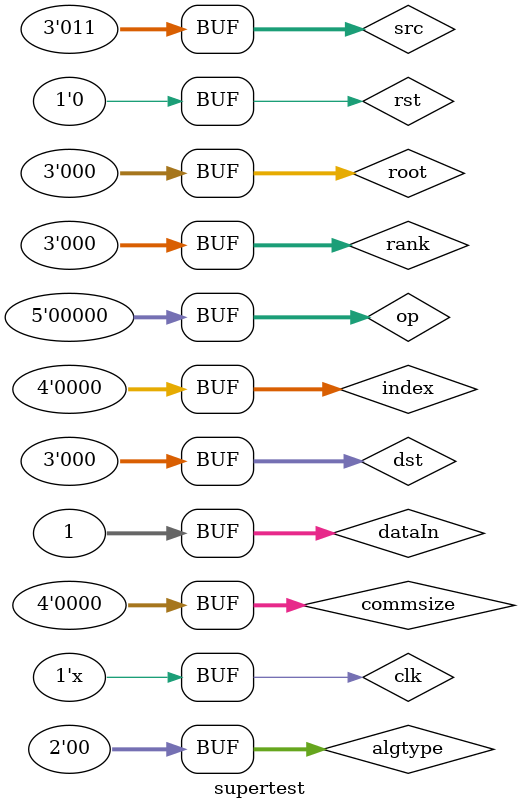
<source format=v>
`timescale 1ns / 1ps


module supertest;

	// Inputs
	reg [31:0] dataIn;
	reg clk;
	reg rst;
	reg [2:0] src;
	reg [2:0] dst;
	reg [2:0] rank;
	reg [2:0] root;
	reg [4:0] op;
	reg [3:0] commsize;
	reg [1:0] algtype;
	reg [3:0] index;

	// Outputs
	wire [63:0] Outpacket;
	wire done;

	// Instantiate the Unit Under Test (UUT)
	top uut (
		.dataIn(dataIn), 
		.clk(clk), 
		.rst(rst), 
		.Outpacket(Outpacket), 
		.src(src), 
		.dst(dst), 
		.rank(rank), 
		.root(root), 
		.op(op), 
		.commsize(commsize), 
		.algtype(algtype), 
		.index(index), 
		.done(done)
	);

	 initial begin
  // Initialize Inputs
  dataIn = 0;
  clk = 0;
  rst = 1;
  src = 1;
  dst = 0;
  rank = 3'b000;
  root = 0;
  op = 0;
  commsize = 0;
  algtype = 0;
  index = 1;
  // Wait 100 ns for global reset to finish
  #100;
  src=0;
  rst=0;
  dataIn=6;
 
  
  #10;
  src=1;
  dataIn=5;
  //index=1;
  
  #10;
  src=2;
  dataIn=4;
  //index=1;
  
  #10;
  index=0;
  src=3;
  dataIn=2;
  
  #10;
  index=1;
  src=0;
  dataIn=3;
  
  #10;
  index=0;;
  src=1;
  dataIn=1;
  
  #10;
  src=2;
  //dataIn=1;
  //index=1;
  
  #10;
  src=3;
  //dataIn=1;
  //index=1;
  
  #10;
  src=0;
  //dataIn=1;
  //index=0;
  
  #10;
  src=1;
  //dataIn=1;
  //index=1;
  
  #10;
  src=2;
  //dataIn=1;
  //index=1;
  
  #10;
  src=3;
  //dataIn=1;
  //index=1;
  
  #10;
  src=0;
  //dataIn=1;
  //index=0;
  
  #10;
  src=1;
  //dataIn=1;
  //index=1;
  
  #10;
  src=2;
  //dataIn=1;
  //index=1;
  
  #10;
  src=3;
  //dataIn=1;
 	// index=1; 
  // Add stimulus here
 end
 
 always begin
 #5 clk = !clk;
 end
  	
endmodule


</source>
